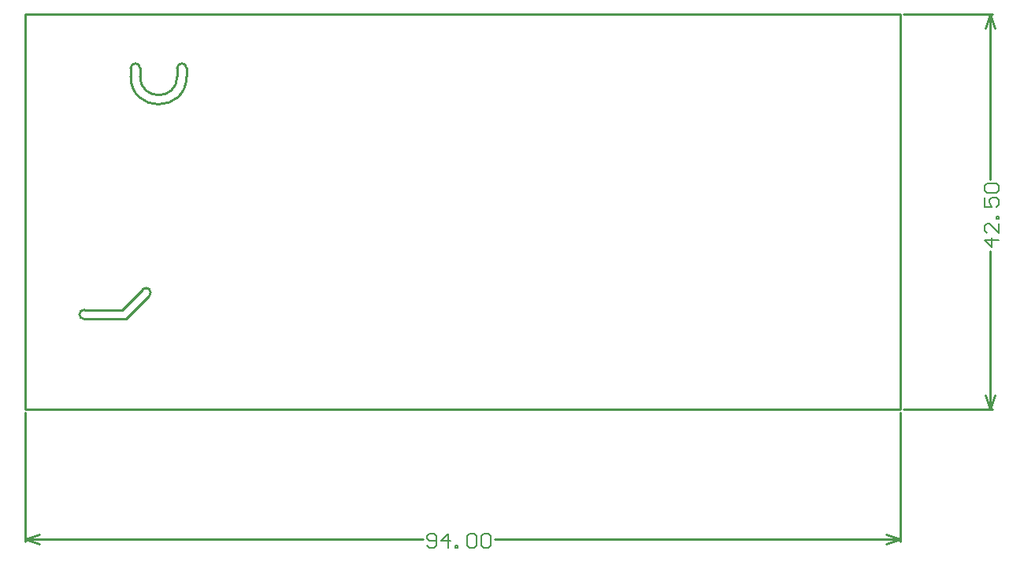
<source format=gm1>
G04*
G04 #@! TF.GenerationSoftware,Altium Limited,Altium Designer,20.0.13 (296)*
G04*
G04 Layer_Color=16711935*
%FSLAX43Y43*%
%MOMM*%
G71*
G01*
G75*
%ADD15C,0.254*%
%ADD86C,0.152*%
D15*
X81300Y135800D02*
G03*
X85300Y135800I2000J0D01*
G01*
X80300Y135800D02*
G03*
X86300Y135800I3000J0D01*
G01*
X81300Y136700D02*
G03*
X80300Y136700I-500J0D01*
G01*
X86300Y136700D02*
G03*
X85300Y136700I-500J0D01*
G01*
X75300Y110700D02*
G03*
X75300Y109700I0J-500D01*
G01*
X82300Y112200D02*
G03*
X81593Y112907I-354J354D01*
G01*
X69000Y100000D02*
X163000D01*
Y142500D01*
X69000D02*
X163000D01*
X69000Y100000D02*
Y142500D01*
X81300Y135800D02*
Y136700D01*
X80300Y135800D02*
Y136700D01*
X85300Y135800D02*
Y136700D01*
X86300Y135800D02*
Y136700D01*
X75300Y110700D02*
X79375D01*
X81575Y112900D01*
X75300Y109700D02*
X79800D01*
X82287Y112188D01*
X69000Y86000D02*
X70524Y86508D01*
X69000Y86000D02*
X70524Y85492D01*
X161476D02*
X163000Y86000D01*
X161476Y86508D02*
X163000Y86000D01*
X69000D02*
X111759D01*
X119428D02*
X163000D01*
X69000Y85746D02*
Y99619D01*
X163000Y85746D02*
Y99619D01*
X172192Y101524D02*
X172700Y100000D01*
X173208Y101524D01*
X172700Y142500D02*
X173208Y140976D01*
X172192D02*
X172700Y142500D01*
Y100000D02*
Y117009D01*
Y124678D02*
Y142500D01*
X163381Y100000D02*
X172954D01*
X163381Y142500D02*
X172954D01*
D86*
X112166Y85340D02*
X112420Y85086D01*
X112927D01*
X113181Y85340D01*
Y86355D01*
X112927Y86609D01*
X112420D01*
X112166Y86355D01*
Y86102D01*
X112420Y85848D01*
X113181D01*
X114451Y85086D02*
Y86609D01*
X113689Y85848D01*
X114705D01*
X115213Y85086D02*
Y85340D01*
X115467D01*
Y85086D01*
X115213D01*
X116482Y86355D02*
X116736Y86609D01*
X117244D01*
X117498Y86355D01*
Y85340D01*
X117244Y85086D01*
X116736D01*
X116482Y85340D01*
Y86355D01*
X118006D02*
X118260Y86609D01*
X118768D01*
X119021Y86355D01*
Y85340D01*
X118768Y85086D01*
X118260D01*
X118006Y85340D01*
Y86355D01*
X173614Y118177D02*
X172091D01*
X172852Y117416D01*
Y118431D01*
X173614Y119955D02*
Y118939D01*
X172598Y119955D01*
X172345D01*
X172091Y119701D01*
Y119193D01*
X172345Y118939D01*
X173614Y120463D02*
X173360D01*
Y120717D01*
X173614D01*
Y120463D01*
X172091Y122748D02*
Y121732D01*
X172852D01*
X172598Y122240D01*
Y122494D01*
X172852Y122748D01*
X173360D01*
X173614Y122494D01*
Y121986D01*
X173360Y121732D01*
X172345Y123256D02*
X172091Y123510D01*
Y124018D01*
X172345Y124271D01*
X173360D01*
X173614Y124018D01*
Y123510D01*
X173360Y123256D01*
X172345D01*
M02*

</source>
